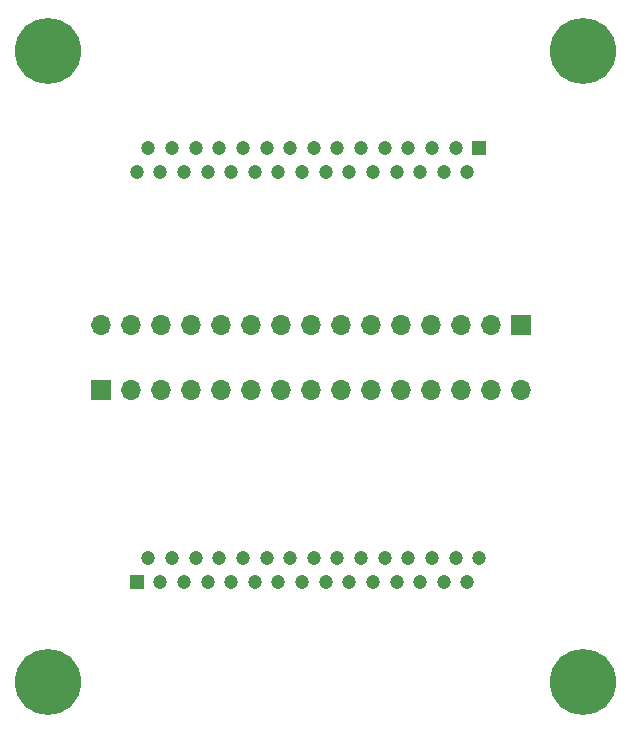
<source format=gbr>
%TF.GenerationSoftware,KiCad,Pcbnew,8.0.9-8.0.9-0~ubuntu20.04.1*%
%TF.CreationDate,2025-08-05T19:54:57+10:00*%
%TF.ProjectId,glowforge-psu-breakout,676c6f77-666f-4726-9765-2d7073752d62,rev?*%
%TF.SameCoordinates,Original*%
%TF.FileFunction,Soldermask,Bot*%
%TF.FilePolarity,Negative*%
%FSLAX46Y46*%
G04 Gerber Fmt 4.6, Leading zero omitted, Abs format (unit mm)*
G04 Created by KiCad (PCBNEW 8.0.9-8.0.9-0~ubuntu20.04.1) date 2025-08-05 19:54:57*
%MOMM*%
%LPD*%
G01*
G04 APERTURE LIST*
%ADD10R,1.700000X1.700000*%
%ADD11O,1.700000X1.700000*%
%ADD12C,3.600000*%
%ADD13C,5.600000*%
%ADD14R,1.200000X1.200000*%
%ADD15C,1.200000*%
G04 APERTURE END LIST*
D10*
%TO.C,J2*%
X178540000Y-90750000D03*
D11*
X176000000Y-90750000D03*
X173460000Y-90750000D03*
X170920000Y-90750000D03*
X168380000Y-90750000D03*
X165840000Y-90750000D03*
X163300000Y-90750000D03*
X160760000Y-90750000D03*
X158220000Y-90750000D03*
X155680000Y-90750000D03*
X153140000Y-90750000D03*
X150600000Y-90750000D03*
X148060000Y-90750000D03*
X145520000Y-90750000D03*
X142980000Y-90750000D03*
%TD*%
D10*
%TO.C,J3*%
X142940000Y-96250000D03*
D11*
X145480000Y-96250000D03*
X148020000Y-96250000D03*
X150560000Y-96250000D03*
X153100000Y-96250000D03*
X155640000Y-96250000D03*
X158180000Y-96250000D03*
X160720000Y-96250000D03*
X163260000Y-96250000D03*
X165800000Y-96250000D03*
X168340000Y-96250000D03*
X170880000Y-96250000D03*
X173420000Y-96250000D03*
X175960000Y-96250000D03*
X178500000Y-96250000D03*
%TD*%
D12*
%TO.C,H3*%
X138500000Y-121000000D03*
D13*
X138500000Y-121000000D03*
%TD*%
D12*
%TO.C,H4*%
X183750000Y-121000000D03*
D13*
X183750000Y-121000000D03*
%TD*%
D14*
%TO.C,J4*%
X146000000Y-112500000D03*
D15*
X147000000Y-110500000D03*
X148000000Y-112500000D03*
X149000000Y-110500000D03*
X150000000Y-112500000D03*
X151000000Y-110500000D03*
X152000000Y-112500000D03*
X153000000Y-110500000D03*
X154000000Y-112500000D03*
X155000000Y-110500000D03*
X156000000Y-112500000D03*
X157000000Y-110500000D03*
X158000000Y-112500000D03*
X159000000Y-110500000D03*
X160000000Y-112500000D03*
X161000000Y-110500000D03*
X162000000Y-112500000D03*
X163000000Y-110500000D03*
X164000000Y-112500000D03*
X165000000Y-110500000D03*
X166000000Y-112500000D03*
X167000000Y-110500000D03*
X168000000Y-112500000D03*
X169000000Y-110500000D03*
X170000000Y-112500000D03*
X171000000Y-110500000D03*
X172000000Y-112500000D03*
X173000000Y-110500000D03*
X174000000Y-112500000D03*
X175000000Y-110500000D03*
%TD*%
D12*
%TO.C,H2*%
X138500000Y-67500000D03*
D13*
X138500000Y-67500000D03*
%TD*%
D14*
%TO.C,J1*%
X175000000Y-75750000D03*
D15*
X174000000Y-77750000D03*
X173000000Y-75750000D03*
X172000000Y-77750000D03*
X171000000Y-75750000D03*
X170000000Y-77750000D03*
X169000000Y-75750000D03*
X168000000Y-77750000D03*
X167000000Y-75750000D03*
X166000000Y-77750000D03*
X165000000Y-75750000D03*
X164000000Y-77750000D03*
X163000000Y-75750000D03*
X162000000Y-77750000D03*
X161000000Y-75750000D03*
X160000000Y-77750000D03*
X159000000Y-75750000D03*
X158000000Y-77750000D03*
X157000000Y-75750000D03*
X156000000Y-77750000D03*
X155000000Y-75750000D03*
X154000000Y-77750000D03*
X153000000Y-75750000D03*
X152000000Y-77750000D03*
X151000000Y-75750000D03*
X150000000Y-77750000D03*
X149000000Y-75750000D03*
X148000000Y-77750000D03*
X147000000Y-75750000D03*
X146000000Y-77750000D03*
%TD*%
D12*
%TO.C,H1*%
X183750000Y-67500000D03*
D13*
X183750000Y-67500000D03*
%TD*%
M02*

</source>
